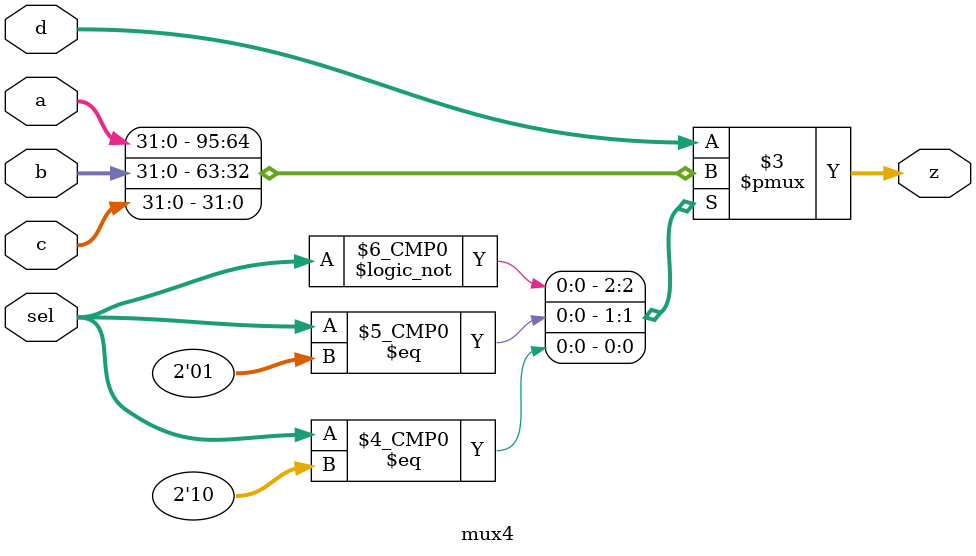
<source format=sv>
module mux4 #(parameter width = 32)
(
input [1:0] sel,
input [width-1:0] a, b, c, d,
output logic [width-1:0] z
);
always_comb
begin
case(sel)
	0:begin
		z=a;
	end
	1:begin
		z=b;
	end
	2:begin
		z=c;
	end
	default:begin
	z=d;
	end
endcase
end
endmodule : mux4
</source>
